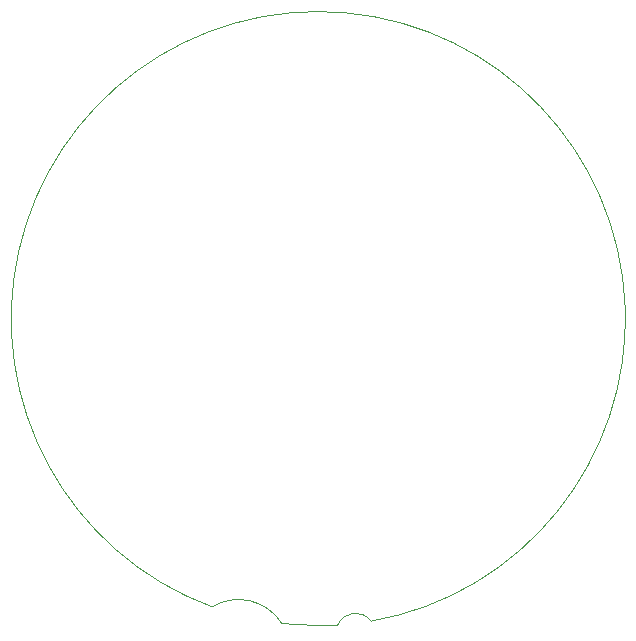
<source format=gbr>
%TF.GenerationSoftware,KiCad,Pcbnew,9.0.0*%
%TF.CreationDate,2025-06-25T03:54:54+08:00*%
%TF.ProjectId,CAPSTONE_MC,43415053-544f-44e4-955f-4d432e6b6963,Ver. 1.0.0*%
%TF.SameCoordinates,Original*%
%TF.FileFunction,Profile,NP*%
%FSLAX46Y46*%
G04 Gerber Fmt 4.6, Leading zero omitted, Abs format (unit mm)*
G04 Created by KiCad (PCBNEW 9.0.0) date 2025-06-25 03:54:54*
%MOMM*%
%LPD*%
G01*
G04 APERTURE LIST*
%TA.AperFunction,Profile*%
%ADD10C,0.100000*%
%TD*%
G04 APERTURE END LIST*
D10*
X92020000Y-83400000D02*
G75*
G02*
X105458003Y-84615016I8980100J24400100D01*
G01*
X102643000Y-84948000D02*
G75*
G02*
X97914000Y-84816005I-1164500J43058500D01*
G01*
X102643000Y-84948000D02*
G75*
G02*
X105457993Y-84615005I1496500J-585900D01*
G01*
X92020000Y-83400000D02*
G75*
G02*
X97914034Y-84815979I2229900J-3693000D01*
G01*
M02*

</source>
